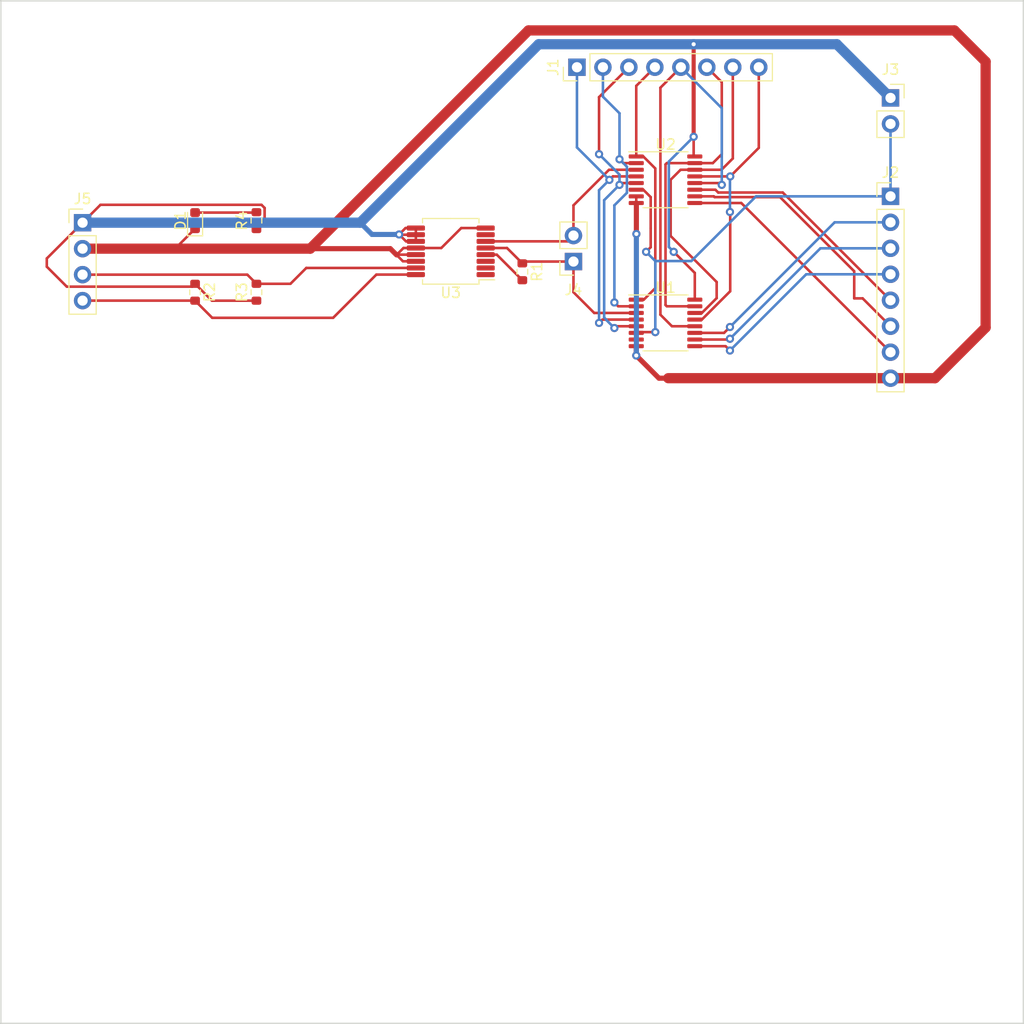
<source format=kicad_pcb>
(kicad_pcb (version 20211014) (generator pcbnew)
  (layers (0 "F.Cu" signal) (31 "B.Cu" signal) (34 "B.Paste" user) (35 "F.Paste" user) (36 "B.SilkS" user "B.Silkscreen") (37 "F.SilkS" user "F.Silkscreen") (38 "B.Mask" user) (39 "F.Mask" user) (44 "Edge.Cuts" user))
  (net 0 "")
  (net 1 "+5V")
  (net 2 "GND")
  (net 3 "/A7")
  (net 4 "/A6")
  (net 5 "/A5")
  (net 6 "/A4")
  (net 7 "/A3")
  (net 8 "/A2")
  (net 9 "/A1")
  (net 10 "/A0")
  (net 11 "/ENABLE")
  (net 12 "/S00")
  (net 13 "/S01")
  (net 14 "/S02")
  (net 15 "/S10")
  (net 16 "/S11")
  (net 17 "/S12")
  (net 18 "/IN")
  (net 19 "/OUT")
  (net 20 "/SDA")
  (net 21 "/SCL")
  (net 22 "Net-(R1-Pad2)")
  (net 23 "Net-(D1-Pad2)")
  (footprint "Connector_PinSocket_2.54mm:PinSocket_1x02_P2.54mm_Vertical" (layer "F.Cu") (at 71 40.5 180)
    (fp_text reference "J4" (at 0 -2.77) (layer "F.SilkS"))
    (fp_text value "Conn_01x02")
    (fp_line (start 1.33 1.27) (end 1.33 3.87) (layer "F.SilkS") (width 0.12))
    (fp_line (start 1.33 -1.33) (end 1.33 0) (layer "F.SilkS") (width 0.12))
    (fp_line (start -1.33 1.27) (end -1.33 3.87) (layer "F.SilkS") (width 0.12))
    (fp_line (start 0 -1.33) (end 1.33 -1.33) (layer "F.SilkS") (width 0.12))
    (fp_line (start -1.33 1.27) (end 1.33 1.27) (layer "F.SilkS") (width 0.12))
    (fp_line (start -1.33 3.87) (end 1.33 3.87) (layer "F.SilkS") (width 0.12))
    (pad "1" thru_hole rect locked (at 0 0 180) (size 1.7 1.7) (drill 1) (layers *.Cu *.Mask) (net 18 "/IN"))
    (pad "2" thru_hole oval locked (at 0 2.54 180) (size 1.7 1.7) (drill 1) (layers *.Cu *.Mask) (net 19 "/OUT"))
  )
  (footprint "Package_SO:SSOP-16_5.3x6.2mm_P0.65mm" (layer "F.Cu") (at 59 39.5 180)
    (fp_text reference "U3" (at 0 -4.05) (layer "F.SilkS"))
    (fp_text value "AD5933")
    (fp_line (start -2.76 -2.785) (end -4.3 -2.785) (layer "F.SilkS") (width 0.12))
    (fp_line (start 0 3.21) (end -2.76 3.21) (layer "F.SilkS") (width 0.12))
    (fp_line (start -2.76 3.21) (end -2.76 2.785) (layer "F.SilkS") (width 0.12))
    (fp_line (start 2.76 3.21) (end 2.76 2.785) (layer "F.SilkS") (width 0.12))
    (fp_line (start 2.76 -3.21) (end 2.76 -2.785) (layer "F.SilkS") (width 0.12))
    (fp_line (start 0 -3.21) (end -2.76 -3.21) (layer "F.SilkS") (width 0.12))
    (fp_line (start 0 -3.21) (end 2.76 -3.21) (layer "F.SilkS") (width 0.12))
    (fp_line (start 0 3.21) (end 2.76 3.21) (layer "F.SilkS") (width 0.12))
    (fp_line (start -2.76 -3.21) (end -2.76 -2.785) (layer "F.SilkS") (width 0.12))
    (pad "1" smd roundrect locked (at -3.4125 -2.275 180) (size 1.775 0.5) (layers "F.Cu" "F.Paste" "F.Mask"))
    (pad "2" smd roundrect locked (at -3.4125 -1.625 180) (size 1.775 0.5) (layers "F.Cu" "F.Paste" "F.Mask"))
    (pad "3" smd roundrect locked (at -3.4125 -0.975 180) (size 1.775 0.5) (layers "F.Cu" "F.Paste" "F.Mask"))
    (pad "4" smd roundrect locked (at -3.4125 -0.325 180) (size 1.775 0.5) (layers "F.Cu" "F.Paste" "F.Mask") (net 22 "Net-(R1-Pad2)"))
    (pad "5" smd roundrect locked (at -3.4125 0.325 180) (size 1.775 0.5) (layers "F.Cu" "F.Paste" "F.Mask") (net 18 "/IN"))
    (pad "6" smd roundrect locked (at -3.4125 0.975 180) (size 1.775 0.5) (layers "F.Cu" "F.Paste" "F.Mask") (net 19 "/OUT"))
    (pad "7" smd roundrect locked (at -3.4125 1.625 180) (size 1.775 0.5) (layers "F.Cu" "F.Paste" "F.Mask"))
    (pad "8" smd roundrect locked (at -3.4125 2.275 180) (size 1.775 0.5) (layers "F.Cu" "F.Paste" "F.Mask") (net 2 "GND"))
    (pad "9" smd roundrect locked (at 3.4125 2.275 180) (size 1.775 0.5) (layers "F.Cu" "F.Paste" "F.Mask") (net 1 "+5V"))
    (pad "10" smd roundrect locked (at 3.4125 1.625 180) (size 1.775 0.5) (layers "F.Cu" "F.Paste" "F.Mask") (net 1 "+5V"))
    (pad "11" smd roundrect locked (at 3.4125 0.975 180) (size 1.775 0.5) (layers "F.Cu" "F.Paste" "F.Mask") (net 1 "+5V"))
    (pad "12" smd roundrect locked (at 3.4125 0.325 180) (size 1.775 0.5) (layers "F.Cu" "F.Paste" "F.Mask") (net 2 "GND"))
    (pad "13" smd roundrect locked (at 3.4125 -0.325 180) (size 1.775 0.5) (layers "F.Cu" "F.Paste" "F.Mask") (net 2 "GND"))
    (pad "14" smd roundrect locked (at 3.4125 -0.975 180) (size 1.775 0.5) (layers "F.Cu" "F.Paste" "F.Mask") (net 2 "GND"))
    (pad "15" smd roundrect locked (at 3.4125 -1.625 180) (size 1.775 0.5) (layers "F.Cu" "F.Paste" "F.Mask") (net 20 "/SDA"))
    (pad "16" smd roundrect locked (at 3.4125 -2.275 180) (size 1.775 0.5) (layers "F.Cu" "F.Paste" "F.Mask") (net 21 "/SCL"))
  )
  (footprint "Package_SO:TSSOP-16_4.4x5mm_P0.65mm" (layer "F.Cu") (at 80 32.5)
    (fp_text reference "U2" (at 0 -3.45) (layer "F.SilkS"))
    (fp_text value "74HC4051")
    (fp_line (start 0 -2.735) (end -3.6 -2.735) (layer "F.SilkS") (width 0.12))
    (fp_line (start 0 2.735) (end -2.2 2.735) (layer "F.SilkS") (width 0.12))
    (fp_line (start 0 -2.735) (end 2.2 -2.735) (layer "F.SilkS") (width 0.12))
    (fp_line (start 0 2.735) (end 2.2 2.735) (layer "F.SilkS") (width 0.12))
    (pad "1" smd roundrect locked (at -2.8625 -2.275) (size 1.475 0.4) (layers "F.Cu" "F.Paste" "F.Mask") (net 6 "/A4"))
    (pad "2" smd roundrect locked (at -2.8625 -1.625) (size 1.475 0.4) (layers "F.Cu" "F.Paste" "F.Mask") (net 4 "/A6"))
    (pad "3" smd roundrect locked (at -2.8625 -0.975) (size 1.475 0.4) (layers "F.Cu" "F.Paste" "F.Mask") (net 19 "/OUT"))
    (pad "4" smd roundrect locked (at -2.8625 -0.325) (size 1.475 0.4) (layers "F.Cu" "F.Paste" "F.Mask") (net 3 "/A7"))
    (pad "5" smd roundrect locked (at -2.8625 0.325) (size 1.475 0.4) (layers "F.Cu" "F.Paste" "F.Mask") (net 5 "/A5"))
    (pad "6" smd roundrect locked (at -2.8625 0.975) (size 1.475 0.4) (layers "F.Cu" "F.Paste" "F.Mask") (net 11 "/ENABLE"))
    (pad "7" smd roundrect locked (at -2.8625 1.625) (size 1.475 0.4) (layers "F.Cu" "F.Paste" "F.Mask") (net 2 "GND"))
    (pad "8" smd roundrect locked (at -2.8625 2.275) (size 1.475 0.4) (layers "F.Cu" "F.Paste" "F.Mask") (net 2 "GND"))
    (pad "9" smd roundrect locked (at 2.8625 2.275) (size 1.475 0.4) (layers "F.Cu" "F.Paste" "F.Mask") (net 17 "/S12"))
    (pad "10" smd roundrect locked (at 2.8625 1.625) (size 1.475 0.4) (layers "F.Cu" "F.Paste" "F.Mask") (net 16 "/S11"))
    (pad "11" smd roundrect locked (at 2.8625 0.975) (size 1.475 0.4) (layers "F.Cu" "F.Paste" "F.Mask") (net 15 "/S10"))
    (pad "12" smd roundrect locked (at 2.8625 0.325) (size 1.475 0.4) (layers "F.Cu" "F.Paste" "F.Mask") (net 7 "/A3"))
    (pad "13" smd roundrect locked (at 2.8625 -0.325) (size 1.475 0.4) (layers "F.Cu" "F.Paste" "F.Mask") (net 10 "/A0"))
    (pad "14" smd roundrect locked (at 2.8625 -0.975) (size 1.475 0.4) (layers "F.Cu" "F.Paste" "F.Mask") (net 9 "/A1"))
    (pad "15" smd roundrect locked (at 2.8625 -1.625) (size 1.475 0.4) (layers "F.Cu" "F.Paste" "F.Mask") (net 8 "/A2"))
    (pad "16" smd roundrect locked (at 2.8625 -2.275) (size 1.475 0.4) (layers "F.Cu" "F.Paste" "F.Mask") (net 1 "+5V"))
  )
  (footprint "Resistor_SMD:R_0603_1608Metric" (layer "F.Cu") (at 40 36.5 90)
    (fp_text reference "R4" (at 0 -1.43 90) (layer "F.SilkS"))
    (fp_text value "200")
    (fp_line (start -0.237258 -0.5225) (end 0.237258 -0.5225) (layer "F.SilkS") (width 0.12))
    (fp_line (start -0.237258 0.5225) (end 0.237258 0.5225) (layer "F.SilkS") (width 0.12))
    (pad "1" smd roundrect locked (at -0.825 0 90) (size 0.8 0.95) (layers "F.Cu" "F.Paste" "F.Mask") (net 1 "+5V"))
    (pad "2" smd roundrect locked (at 0.825 0 90) (size 0.8 0.95) (layers "F.Cu" "F.Paste" "F.Mask") (net 23 "Net-(D1-Pad2)"))
  )
  (footprint "Resistor_SMD:R_0603_1608Metric" (layer "F.Cu") (at 40 43.5 90)
    (fp_text reference "R3" (at 0 -1.43 90) (layer "F.SilkS"))
    (fp_text value "10k")
    (fp_line (start -0.237258 0.5225) (end 0.237258 0.5225) (layer "F.SilkS") (width 0.12))
    (fp_line (start -0.237258 -0.5225) (end 0.237258 -0.5225) (layer "F.SilkS") (width 0.12))
    (pad "1" smd roundrect locked (at -0.825 0 90) (size 0.8 0.95) (layers "F.Cu" "F.Paste" "F.Mask") (net 1 "+5V"))
    (pad "2" smd roundrect locked (at 0.825 0 90) (size 0.8 0.95) (layers "F.Cu" "F.Paste" "F.Mask") (net 20 "/SDA"))
  )
  (footprint "Connector_PinHeader_2.54mm:PinHeader_1x08_P2.54mm_Vertical" (layer "F.Cu") (at 102 34.125)
    (fp_text reference "J2" (at 0 -2.33) (layer "F.SilkS"))
    (fp_text value "Conn_01x08")
    (fp_line (start -1.33 1.27) (end 1.33 1.27) (layer "F.SilkS") (width 0.12))
    (fp_line (start 1.33 1.27) (end 1.33 19.11) (layer "F.SilkS") (width 0.12))
    (fp_line (start -1.33 -1.33) (end 0 -1.33) (layer "F.SilkS") (width 0.12))
    (fp_line (start -1.33 1.27) (end -1.33 19.11) (layer "F.SilkS") (width 0.12))
    (fp_line (start -1.33 0) (end -1.33 -1.33) (layer "F.SilkS") (width 0.12))
    (fp_line (start -1.33 19.11) (end 1.33 19.11) (layer "F.SilkS") (width 0.12))
    (pad "1" thru_hole rect locked (at 0 0) (size 1.7 1.7) (drill 1) (layers *.Cu *.Mask) (net 11 "/ENABLE"))
    (pad "2" thru_hole oval locked (at 0 2.54) (size 1.7 1.7) (drill 1) (layers *.Cu *.Mask) (net 12 "/S00"))
    (pad "3" thru_hole oval locked (at 0 5.08) (size 1.7 1.7) (drill 1) (layers *.Cu *.Mask) (net 13 "/S01"))
    (pad "4" thru_hole oval locked (at 0 7.62) (size 1.7 1.7) (drill 1) (layers *.Cu *.Mask) (net 14 "/S02"))
    (pad "5" thru_hole oval locked (at 0 10.16) (size 1.7 1.7) (drill 1) (layers *.Cu *.Mask) (net 15 "/S10"))
    (pad "6" thru_hole oval locked (at 0 12.7) (size 1.7 1.7) (drill 1) (layers *.Cu *.Mask) (net 16 "/S11"))
    (pad "7" thru_hole oval locked (at 0 15.24) (size 1.7 1.7) (drill 1) (layers *.Cu *.Mask) (net 17 "/S12"))
    (pad "8" thru_hole oval locked (at 0 17.78) (size 1.7 1.7) (drill 1) (layers *.Cu *.Mask) (net 2 "GND"))
  )
  (footprint "LED_SMD:LED_0603_1608Metric" (layer "F.Cu") (at 34 36.5 90)
    (fp_text reference "D1" (at 0 -1.43 90) (layer "F.SilkS"))
    (fp_text value "LED")
    (fp_line (start 0.8 -0.735) (end -1.485 -0.735) (layer "F.SilkS") (width 0.12))
    (fp_line (start -1.485 0.735) (end 0.8 0.735) (layer "F.SilkS") (width 0.12))
    (fp_line (start -1.485 -0.735) (end -1.485 0.735) (layer "F.SilkS") (width 0.12))
    (pad "1" smd roundrect locked (at -0.7875 0 90) (size 0.875 0.95) (layers "F.Cu" "F.Paste" "F.Mask") (net 2 "GND"))
    (pad "2" smd roundrect locked (at 0.7875 0 90) (size 0.875 0.95) (layers "F.Cu" "F.Paste" "F.Mask") (net 23 "Net-(D1-Pad2)"))
  )
  (footprint "Resistor_SMD:R_0603_1608Metric" (layer "F.Cu") (at 34 43.5 -90)
    (fp_text reference "R2" (at 0 -1.43 90) (layer "F.SilkS"))
    (fp_text value "10k")
    (fp_line (start -0.237258 -0.5225) (end 0.237258 -0.5225) (layer "F.SilkS") (width 0.12))
    (fp_line (start -0.237258 0.5225) (end 0.237258 0.5225) (layer "F.SilkS") (width 0.12))
    (pad "1" smd roundrect locked (at -0.825 0 270) (size 0.8 0.95) (layers "F.Cu" "F.Paste" "F.Mask") (net 1 "+5V"))
    (pad "2" smd roundrect locked (at 0.825 0 270) (size 0.8 0.95) (layers "F.Cu" "F.Paste" "F.Mask") (net 21 "/SCL"))
  )
  (footprint "Connector_PinHeader_2.54mm:PinHeader_1x04_P2.54mm_Vertical" (layer "F.Cu") (at 23 36.7)
    (fp_text reference "J5" (at 0 -2.33) (layer "F.SilkS"))
    (fp_text value "Conn_01x04")
    (fp_line (start -1.33 1.27) (end 1.33 1.27) (layer "F.SilkS") (width 0.12))
    (fp_line (start -1.33 0) (end -1.33 -1.33) (layer "F.SilkS") (width 0.12))
    (fp_line (start -1.33 -1.33) (end 0 -1.33) (layer "F.SilkS") (width 0.12))
    (fp_line (start 1.33 1.27) (end 1.33 8.95) (layer "F.SilkS") (width 0.12))
    (fp_line (start -1.33 1.27) (end -1.33 8.95) (layer "F.SilkS") (width 0.12))
    (fp_line (start -1.33 8.95) (end 1.33 8.95) (layer "F.SilkS") (width 0.12))
    (pad "1" thru_hole rect locked (at 0 0) (size 1.7 1.7) (drill 1) (layers *.Cu *.Mask) (net 1 "+5V"))
    (pad "2" thru_hole oval locked (at 0 2.54) (size 1.7 1.7) (drill 1) (layers *.Cu *.Mask) (net 2 "GND"))
    (pad "3" thru_hole oval locked (at 0 5.08) (size 1.7 1.7) (drill 1) (layers *.Cu *.Mask) (net 20 "/SDA"))
    (pad "4" thru_hole oval locked (at 0 7.62) (size 1.7 1.7) (drill 1) (layers *.Cu *.Mask) (net 21 "/SCL"))
  )
  (footprint "Connector_PinHeader_2.54mm:PinHeader_1x08_P2.54mm_Vertical" (layer "F.Cu") (at 71.34 21.5 90)
    (fp_text reference "J1" (at 0 -2.33 90) (layer "F.SilkS"))
    (fp_text value "Conn_01x08")
    (fp_line (start -1.33 1.27) (end -1.33 19.11) (layer "F.SilkS") (width 0.12))
    (fp_line (start -1.33 0) (end -1.33 -1.33) (layer "F.SilkS") (width 0.12))
    (fp_line (start -1.33 1.27) (end 1.33 1.27) (layer "F.SilkS") (width 0.12))
    (fp_line (start -1.33 -1.33) (end 0 -1.33) (layer "F.SilkS") (width 0.12))
    (fp_line (start 1.33 1.27) (end 1.33 19.11) (layer "F.SilkS") (width 0.12))
    (fp_line (start -1.33 19.11) (end 1.33 19.11) (layer "F.SilkS") (width 0.12))
    (pad "1" thru_hole rect locked (at 0 0 90) (size 1.7 1.7) (drill 1) (layers *.Cu *.Mask) (net 3 "/A7"))
    (pad "2" thru_hole oval locked (at 0 2.54 90) (size 1.7 1.7) (drill 1) (layers *.Cu *.Mask) (net 4 "/A6"))
    (pad "3" thru_hole oval locked (at 0 5.08 90) (size 1.7 1.7) (drill 1) (layers *.Cu *.Mask) (net 5 "/A5"))
    (pad "4" thru_hole oval locked (at 0 7.62 90) (size 1.7 1.7) (drill 1) (layers *.Cu *.Mask) (net 6 "/A4"))
    (pad "5" thru_hole oval locked (at 0 10.16 90) (size 1.7 1.7) (drill 1) (layers *.Cu *.Mask) (net 7 "/A3"))
    (pad "6" thru_hole oval locked (at 0 12.7 90) (size 1.7 1.7) (drill 1) (layers *.Cu *.Mask) (net 8 "/A2"))
    (pad "7" thru_hole oval locked (at 0 15.24 90) (size 1.7 1.7) (drill 1) (layers *.Cu *.Mask) (net 9 "/A1"))
    (pad "8" thru_hole oval locked (at 0 17.78 90) (size 1.7 1.7) (drill 1) (layers *.Cu *.Mask) (net 10 "/A0"))
  )
  (footprint "Package_SO:TSSOP-16_4.4x5mm_P0.65mm" (layer "F.Cu") (at 80 46.5)
    (fp_text reference "U1" (at 0 -3.45) (layer "F.SilkS"))
    (fp_text value "74HC4051")
    (fp_line (start 0 2.735) (end -2.2 2.735) (layer "F.SilkS") (width 0.12))
    (fp_line (start 0 -2.735) (end -3.6 -2.735) (layer "F.SilkS") (width 0.12))
    (fp_line (start 0 2.735) (end 2.2 2.735) (layer "F.SilkS") (width 0.12))
    (fp_line (start 0 -2.735) (end 2.2 -2.735) (layer "F.SilkS") (width 0.12))
    (pad "1" smd roundrect locked (at -2.8625 -2.275) (size 1.475 0.4) (layers "F.Cu" "F.Paste" "F.Mask") (net 6 "/A4"))
    (pad "2" smd roundrect locked (at -2.8625 -1.625) (size 1.475 0.4) (layers "F.Cu" "F.Paste" "F.Mask") (net 4 "/A6"))
    (pad "3" smd roundrect locked (at -2.8625 -0.975) (size 1.475 0.4) (layers "F.Cu" "F.Paste" "F.Mask") (net 18 "/IN"))
    (pad "4" smd roundrect locked (at -2.8625 -0.325) (size 1.475 0.4) (layers "F.Cu" "F.Paste" "F.Mask") (net 3 "/A7"))
    (pad "5" smd roundrect locked (at -2.8625 0.325) (size 1.475 0.4) (layers "F.Cu" "F.Paste" "F.Mask") (net 5 "/A5"))
    (pad "6" smd roundrect locked (at -2.8625 0.975) (size 1.475 0.4) (layers "F.Cu" "F.Paste" "F.Mask") (net 11 "/ENABLE"))
    (pad "7" smd roundrect locked (at -2.8625 1.625) (size 1.475 0.4) (layers "F.Cu" "F.Paste" "F.Mask") (net 2 "GND"))
    (pad "8" smd roundrect locked (at -2.8625 2.275) (size 1.475 0.4) (layers "F.Cu" "F.Paste" "F.Mask") (net 2 "GND"))
    (pad "9" smd roundrect locked (at 2.8625 2.275) (size 1.475 0.4) (layers "F.Cu" "F.Paste" "F.Mask") (net 14 "/S02"))
    (pad "10" smd roundrect locked (at 2.8625 1.625) (size 1.475 0.4) (layers "F.Cu" "F.Paste" "F.Mask") (net 13 "/S01"))
    (pad "11" smd roundrect locked (at 2.8625 0.975) (size 1.475 0.4) (layers "F.Cu" "F.Paste" "F.Mask") (net 12 "/S00"))
    (pad "12" smd roundrect locked (at 2.8625 0.325) (size 1.475 0.4) (layers "F.Cu" "F.Paste" "F.Mask") (net 7 "/A3"))
    (pad "13" smd roundrect locked (at 2.8625 -0.325) (size 1.475 0.4) (layers "F.Cu" "F.Paste" "F.Mask") (net 10 "/A0"))
    (pad "14" smd roundrect locked (at 2.8625 -0.975) (size 1.475 0.4) (layers "F.Cu" "F.Paste" "F.Mask") (net 9 "/A1"))
    (pad "15" smd roundrect locked (at 2.8625 -1.625) (size 1.475 0.4) (layers "F.Cu" "F.Paste" "F.Mask") (net 8 "/A2"))
    (pad "16" smd roundrect locked (at 2.8625 -2.275) (size 1.475 0.4) (layers "F.Cu" "F.Paste" "F.Mask") (net 1 "+5V"))
  )
  (footprint "Resistor_SMD:R_0603_1608Metric" (layer "F.Cu") (at 66 41.5 -90)
    (fp_text reference "R1" (at 0 -1.43 90) (layer "F.SilkS"))
    (fp_text value "10k")
    (fp_line (start -0.237258 -0.5225) (end 0.237258 -0.5225) (layer "F.SilkS") (width 0.12))
    (fp_line (start -0.237258 0.5225) (end 0.237258 0.5225) (layer "F.SilkS") (width 0.12))
    (pad "1" smd roundrect locked (at -0.825 0 270) (size 0.8 0.95) (layers "F.Cu" "F.Paste" "F.Mask") (net 18 "/IN"))
    (pad "2" smd roundrect locked (at 0.825 0 270) (size 0.8 0.95) (layers "F.Cu" "F.Paste" "F.Mask") (net 22 "Net-(R1-Pad2)"))
  )
  (footprint "Connector_PinSocket_2.54mm:PinSocket_1x02_P2.54mm_Vertical" (layer "F.Cu") (at 102 24.5)
    (fp_text reference "J3" (at 0 -2.77) (layer "F.SilkS"))
    (fp_text value "Conn_01x02")
    (fp_line (start 1.33 1.27) (end 1.33 3.87) (layer "F.SilkS") (width 0.12))
    (fp_line (start -1.33 1.27) (end 1.33 1.27) (layer "F.SilkS") (width 0.12))
    (fp_line (start -1.33 1.27) (end -1.33 3.87) (layer "F.SilkS") (width 0.12))
    (fp_line (start -1.33 3.87) (end 1.33 3.87) (layer "F.SilkS") (width 0.12))
    (fp_line (start 0 -1.33) (end 1.33 -1.33) (layer "F.SilkS") (width 0.12))
    (fp_line (start 1.33 -1.33) (end 1.33 0) (layer "F.SilkS") (width 0.12))
    (pad "1" thru_hole rect locked (at 0 0) (size 1.7 1.7) (drill 1) (layers *.Cu *.Mask) (net 1 "+5V"))
    (pad "2" thru_hole oval locked (at 0 2.54) (size 1.7 1.7) (drill 1) (layers *.Cu *.Mask) (net 11 "/ENABLE"))
  )
  (gr_line (start 15 15) (end 115 15) (layer "Edge.Cuts") (width 0.15))
  (gr_line (start 115 15) (end 115 115) (layer "Edge.Cuts") (width 0.15))
  (gr_line (start 15 115) (end 15 15) (layer "Edge.Cuts") (width 0.15))
  (gr_line (start 115 115) (end 15 115) (layer "Edge.Cuts") (width 0.15))
  (segment (start 54.625 38.525) (end 53.95 37.85) (width 0.25) (layer "F.Cu") (net 1))
  (segment (start 34 42.675) (end 33.720489 42.954511) (width 0.25) (layer "F.Cu") (net 1))
  (segment (start 40 44.325) (end 35.65 44.325) (width 0.25) (layer "F.Cu") (net 1))
  (segment (start 54.575 37.225) (end 53.95 37.85) (width 0.25) (layer "F.Cu") (net 1))
  (segment (start 35.65 44.325) (end 34 42.675) (width 0.25) (layer "F.Cu") (net 1))
  (segment (start 24.75 34.95) (end 23 36.7) (width 0.25) (layer "F.Cu") (net 1))
  (segment (start 55.5875 38.525) (end 55.5875 37.225) (width 0.25) (layer "F.Cu") (net 1))
  (segment (start 82.8625 41.6125) (end 80.8 39.55) (width 0.25) (layer "F.Cu") (net 1))
  (segment (start 53.975 37.875) (end 53.95 37.85) (width 0.25) (layer "F.Cu") (net 1))
  (segment (start 82.8625 44.225) (end 82.8625 41.6125) (width 0.25) (layer "F.Cu") (net 1))
  (segment (start 40.79952 36.52548) (end 40.79952 35.257737) (width 0.25) (layer "F.Cu") (net 1))
  (segment (start 82.75 28.3) (end 82.75 19.25) (width 0.4) (layer "F.Cu") (net 1))
  (segment (start 82.75 30.1125) (end 82.75 28.3) (width 0.25) (layer "F.Cu") (net 1))
  (segment (start 40.491783 34.95) (end 24.75 34.95) (width 0.25) (layer "F.Cu") (net 1))
  (segment (start 40.79952 35.257737) (end 40.491783 34.95) (width 0.25) (layer "F.Cu") (net 1))
  (segment (start 33.720489 42.954511) (end 21.454511 42.954511) (width 0.25) (layer "F.Cu") (net 1))
  (segment (start 40 37.325) (end 40.79952 36.52548) (width 0.25) (layer "F.Cu") (net 1))
  (segment (start 55.5875 37.225) (end 54.575 37.225) (width 0.25) (layer "F.Cu") (net 1))
  (segment (start 55.5875 37.875) (end 53.975 37.875) (width 0.25) (layer "F.Cu") (net 1))
  (segment (start 21.454511 42.954511) (end 19.5 41) (width 0.25) (layer "F.Cu") (net 1))
  (segment (start 19.5 40.2) (end 23 36.7) (width 0.25) (layer "F.Cu") (net 1))
  (segment (start 19.5 41) (end 19.5 40.2) (width 0.25) (layer "F.Cu") (net 1))
  (segment (start 55.5875 38.525) (end 54.625 38.525) (width 0.25) (layer "F.Cu") (net 1))
  (segment (start 82.8625 30.225) (end 82.75 30.1125) (width 0.25) (layer "F.Cu") (net 1))
  (via (at 53.95 37.85) (size 0.8) (drill 0.4) (layers "F.Cu" "B.Cu") (net 1))
  (via (at 82.75 28.3) (size 0.8) (drill 0.4) (layers "F.Cu" "B.Cu") (net 1))
  (via (at 82.75 19.25) (size 0.8) (drill 0.4) (layers "F.Cu" "B.Cu") (net 1))
  (via (at 80.8 39.55) (size 0.8) (drill 0.4) (layers "F.Cu" "B.Cu") (net 1))
  (segment (start 82.75 19.25) (end 96.75 19.25) (width 1) (layer "B.Cu") (net 1))
  (segment (start 80.325489 30.724511) (end 82.75 28.3) (width 0.25) (layer "B.Cu") (net 1))
  (segment (start 50.15 36.7) (end 67.6 19.25) (width 1) (layer "B.Cu") (net 1))
  (segment (start 80.325489 39.075489) (end 80.325489 30.724511) (width 0.25) (layer "B.Cu") (net 1))
  (segment (start 51.3 37.85) (end 53.95 37.85) (width 0.5) (layer "B.Cu") (net 1))
  (segment (start 67.6 19.25) (end 82.75 19.25) (width 1) (layer "B.Cu") (net 1))
  (segment (start 80.8 39.55) (end 80.325489 39.075489) (width 0.25) (layer "B.Cu") (net 1))
  (segment (start 50.15 36.7) (end 51.3 37.85) (width 0.5) (layer "B.Cu") (net 1))
  (segment (start 96.75 19.25) (end 102 24.5) (width 1) (layer "B.Cu") (net 1))
  (segment (start 23 36.7) (end 50.15 36.7) (width 1) (layer "B.Cu") (net 1))
  (segment (start 102 51.905) (end 80.2675 51.905) (width 1) (layer "F.Cu") (net 2))
  (segment (start 54.325 40.475) (end 53.7 39.85) (width 0.25) (layer "F.Cu") (net 2))
  (segment (start 45.26 39.24) (end 53.09 39.24) (width 0.5) (layer "F.Cu") (net 2))
  (segment (start 80.2675 51.905) (end 79.355 51.905) (width 0.5) (layer "F.Cu") (net 2))
  (segment (start 55.5875 39.175) (end 58.075 39.175) (width 0.25) (layer "F.Cu") (net 2))
  (segment (start 55.5875 40.475) (end 54.325 40.475) (width 0.25) (layer "F.Cu") (net 2))
  (segment (start 77.1375 49.6875) (end 77.1375 48.775) (width 0.5) (layer "F.Cu") (net 2))
  (segment (start 66.6 17.9) (end 108.25 17.9) (width 1) (layer "F.Cu") (net 2))
  (segment (start 108.25 17.9) (end 111.3 20.95) (width 1) (layer "F.Cu") (net 2))
  (segment (start 77.1375 34.125) (end 77.1375 34.775) (width 0.25) (layer "F.Cu") (net 2))
  (segment (start 111.3 46.95) (end 106.345 51.905) (width 1) (layer "F.Cu") (net 2))
  (segment (start 23 39.24) (end 32.0475 39.24) (width 0.25) (layer "F.Cu") (net 2))
  (segment (start 45.26 39.24) (end 66.6 17.9) (width 1) (layer "F.Cu") (net 2))
  (segment (start 77.1375 48.125) (end 77.1375 48.775) (width 0.25) (layer "F.Cu") (net 2))
  (segment (start 55.5875 39.175) (end 54.375 39.175) (width 0.25) (layer "F.Cu") (net 2))
  (segment (start 111.3 20.95) (end 111.3 46.95) (width 1) (layer "F.Cu") (net 2))
  (segment (start 53.09 39.24) (end 53.7 39.85) (width 0.5) (layer "F.Cu") (net 2))
  (segment (start 77.15 34.7875) (end 77.1375 34.775) (width 0.5) (layer "F.Cu") (net 2))
  (segment (start 23 39.24) (end 45.26 39.24) (width 1) (layer "F.Cu") (net 2))
  (segment (start 79.355 51.905) (end 77.1375 49.6875) (width 0.5) (layer "F.Cu") (net 2))
  (segment (start 55.5875 39.825) (end 53.725 39.825) (width 0.25) (layer "F.Cu") (net 2))
  (segment (start 53.725 39.825) (end 53.7 39.85) (width 0.25) (layer "F.Cu") (net 2))
  (segment (start 106.345 51.905) (end 102 51.905) (width 1) (layer "F.Cu") (net 2))
  (segment (start 60.025 37.225) (end 62.4125 37.225) (width 0.25) (layer "F.Cu") (net 2))
  (segment (start 54.375 39.175) (end 53.7 39.85) (width 0.25) (layer "F.Cu") (net 2))
  (segment (start 77.15 37.8) (end 77.15 34.7875) (width 0.5) (layer "F.Cu") (net 2))
  (segment (start 32.0475 39.24) (end 34 37.2875) (width 0.25) (layer "F.Cu") (net 2))
  (segment (start 58.075 39.175) (end 60.025 37.225) (width 0.25) (layer "F.Cu") (net 2))
  (via (at 77.1375 49.6875) (size 0.8) (drill 0.4) (layers "F.Cu" "B.Cu") (net 2))
  (via (at 77.15 37.8) (size 0.8) (drill 0.4) (layers "F.Cu" "B.Cu") (net 2))
  (segment (start 77.15 49.675) (end 77.15 37.8) (width 0.5) (layer "B.Cu") (net 2))
  (segment (start 77.1375 49.6875) (end 77.15 49.675) (width 0.5) (layer "B.Cu") (net 2))
  (segment (start 77.1375 46.175) (end 73.825 46.175) (width 0.25) (layer "F.Cu") (net 3))
  (segment (start 74.849598 32.175) (end 74.512299 32.512299) (width 0.25) (layer "F.Cu") (net 3))
  (segment (start 77.1375 32.175) (end 74.849598 32.175) (width 0.25) (layer "F.Cu") (net 3))
  (segment (start 73.825 46.175) (end 73.5 46.5) (width 0.25) (layer "F.Cu") (net 3))
  (via (at 74.512299 32.512299) (size 0.8) (drill 0.4) (layers "F.Cu" "B.Cu") (net 3))
  (via (at 73.5 46.5) (size 0.8) (drill 0.4) (layers "F.Cu" "B.Cu") (net 3))
  (segment (start 73.5 33.524598) (end 74.512299 32.512299) (width 0.25) (layer "B.Cu") (net 3))
  (segment (start 73.5 46.5) (end 73.5 33.524598) (width 0.25) (layer "B.Cu") (net 3))
  (segment (start 71.34 29.34) (end 71.34 21.5) (width 0.25) (layer "B.Cu") (net 3))
  (segment (start 74.512299 32.512299) (end 71.34 29.34) (width 0.25) (layer "B.Cu") (net 3))
  (segment (start 75.5 30.5) (end 75.875 30.875) (width 0.25) (layer "F.Cu") (net 4))
  (segment (start 75.375 44.875) (end 75 44.5) (width 0.25) (layer "F.Cu") (net 4))
  (segment (start 75.875 30.875) (end 77.1375 30.875) (width 0.25) (layer "F.Cu") (net 4))
  (segment (start 77.1375 44.875) (end 75.375 44.875) (width 0.25) (layer "F.Cu") (net 4))
  (via (at 75.5 30.5) (size 0.8) (drill 0.4) (layers "F.Cu" "B.Cu") (net 4))
  (via (at 75 44.5) (size 0.8) (drill 0.4) (layers "F.Cu" "B.Cu") (net 4))
  (segment (start 75.5 26) (end 73.88 24.38) (width 0.25) (layer "B.Cu") (net 4))
  (segment (start 76.224511 33.775489) (end 75 35) (width 0.25) (layer "B.Cu") (net 4))
  (segment (start 76.224511 31.224511) (end 75.5 30.5) (width 0.25) (layer "B.Cu") (net 4))
  (segment (start 73.88 24.38) (end 73.88 21.5) (width 0.25) (layer "B.Cu") (net 4))
  (segment (start 75.5 30.5) (end 75.5 26) (width 0.25) (layer "B.Cu") (net 4))
  (segment (start 76.224511 33.775489) (end 76.224511 31.224511) (width 0.25) (layer "B.Cu") (net 4))
  (segment (start 75 35) (end 75 44.5) (width 0.25) (layer "B.Cu") (net 4))
  (segment (start 75.675 32.825) (end 77.1375 32.825) (width 0.25) (layer "F.Cu") (net 5))
  (segment (start 75.175 46.825) (end 75 47) (width 0.25) (layer "F.Cu") (net 5))
  (segment (start 77.1375 46.825) (end 75.175 46.825) (width 0.25) (layer "F.Cu") (net 5))
  (segment (start 73.5 24.42) (end 73.5 30) (width 0.25) (layer "F.Cu") (net 5))
  (segment (start 76.42 21.5) (end 73.5 24.42) (width 0.25) (layer "F.Cu") (net 5))
  (segment (start 75.5 33) (end 75.675 32.825) (width 0.25) (layer "F.Cu") (net 5))
  (via (at 73.5 30) (size 0.8) (drill 0.4) (layers "F.Cu" "B.Cu") (net 5))
  (via (at 75 47) (size 0.8) (drill 0.4) (layers "F.Cu" "B.Cu") (net 5))
  (via (at 75.5 33) (size 0.8) (drill 0.4) (layers "F.Cu" "B.Cu") (net 5))
  (segment (start 75 47) (end 74.224511 46.224511) (width 0.25) (layer "B.Cu") (net 5))
  (segment (start 74.224511 46.224511) (end 74.224511 46.199897) (width 0.25) (layer "B.Cu") (net 5))
  (segment (start 74 45.975386) (end 74 34.5) (width 0.25) (layer "B.Cu") (net 5))
  (segment (start 73.5 30) (end 75.5 32) (width 0.25) (layer "B.Cu") (net 5))
  (segment (start 75.5 32) (end 75.5 33) (width 0.25) (layer "B.Cu") (net 5))
  (segment (start 74.224511 46.199897) (end 74 45.975386) (width 0.25) (layer "B.Cu") (net 5))
  (segment (start 74 34.5) (end 75.5 33) (width 0.25) (layer "B.Cu") (net 5))
  (segment (start 79 31.399639) (end 79 43.10096) (width 0.25) (layer "F.Cu") (net 6))
  (segment (start 79 43.10096) (end 77.87596 44.225) (width 0.25) (layer "F.Cu") (net 6))
  (segment (start 77.1375 30.225) (end 77.825361 30.225) (width 0.25) (layer "F.Cu") (net 6))
  (segment (start 77.825361 30.225) (end 79 31.399639) (width 0.25) (layer "F.Cu") (net 6))
  (segment (start 77.1375 30.225) (end 77.1375 23.3225) (width 0.25) (layer "F.Cu") (net 6))
  (segment (start 77.87596 44.225) (end 77.1375 44.225) (width 0.25) (layer "F.Cu") (net 6))
  (segment (start 77.1375 23.3225) (end 78.96 21.5) (width 0.25) (layer "F.Cu") (net 6))
  (segment (start 80.62548 46.825) (end 79.5 45.69952) (width 0.25) (layer "F.Cu") (net 7))
  (segment (start 85.325 32.825) (end 85.5 33) (width 0.25) (layer "F.Cu") (net 7))
  (segment (start 79.5 45.69952) (end 79.5 23.5) (width 0.25) (layer "F.Cu") (net 7))
  (segment (start 82.8625 46.825) (end 80.62548 46.825) (width 0.25) (layer "F.Cu") (net 7))
  (segment (start 79.5 23.5) (end 81.5 21.5) (width 0.25) (layer "F.Cu") (net 7))
  (segment (start 82.8625 32.825) (end 85.325 32.825) (width 0.25) (layer "F.Cu") (net 7))
  (via (at 85.5 33) (size 0.8) (drill 0.4) (layers "F.Cu" "B.Cu") (net 7))
  (segment (start 85.5 25.5) (end 81.5 21.5) (width 0.25) (layer "B.Cu") (net 7))
  (segment (start 85.5 33) (end 85.5 25.5) (width 0.25) (layer "B.Cu") (net 7))
  (segment (start 84.625 30.875) (end 82.8625 30.875) (width 0.25) (layer "F.Cu") (net 8))
  (segment (start 82.8625 30.875) (end 80.125 30.875) (width 0.25) (layer "F.Cu") (net 8))
  (segment (start 80 31) (end 80 44.75) (width 0.25) (layer "F.Cu") (net 8))
  (segment (start 84.04 21.5) (end 85.5 22.96) (width 0.25) (layer "F.Cu") (net 8))
  (segment (start 80.125 44.875) (end 80 44.75) (width 0.25) (layer "F.Cu") (net 8))
  (segment (start 85.5 22.96) (end 85.5 30) (width 0.25) (layer "F.Cu") (net 8))
  (segment (start 82.8625 44.875) (end 80.125 44.875) (width 0.25) (layer "F.Cu") (net 8))
  (segment (start 85.5 30) (end 84.625 30.875) (width 0.25) (layer "F.Cu") (net 8))
  (segment (start 80.125 30.875) (end 80 31) (width 0.25) (layer "F.Cu") (net 8))
  (segment (start 80.5 32.5) (end 81.475 31.525) (width 0.25) (layer "F.Cu") (net 9))
  (segment (start 86.58 30.42) (end 85.475 31.525) (width 0.25) (layer "F.Cu") (net 9))
  (segment (start 81.475 31.525) (end 82.8625 31.525) (width 0.25) (layer "F.Cu") (net 9))
  (segment (start 85.475 31.525) (end 82.8625 31.525) (width 0.25) (layer "F.Cu") (net 9))
  (segment (start 85 42.5) (end 80.5 38) (width 0.25) (layer "F.Cu") (net 9))
  (segment (start 85 44.075361) (end 85 42.5) (width 0.25) (layer "F.Cu") (net 9))
  (segment (start 86.58 21.5) (end 86.58 30.42) (width 0.25) (layer "F.Cu") (net 9))
  (segment (start 82.8625 45.525) (end 83.550361 45.525) (width 0.25) (layer "F.Cu") (net 9))
  (segment (start 80.5 38) (end 80.5 32.5) (width 0.25) (layer "F.Cu") (net 9))
  (segment (start 83.550361 45.525) (end 85 44.075361) (width 0.25) (layer "F.Cu") (net 9))
  (segment (start 89.12 29.38) (end 86.325 32.175) (width 0.25) (layer "F.Cu") (net 10))
  (segment (start 82.8625 46.175) (end 83.550361 46.175) (width 0.25) (layer "F.Cu") (net 10))
  (segment (start 86.325 32.175) (end 82.8625 32.175) (width 0.25) (layer "F.Cu") (net 10))
  (segment (start 89.12 21.5) (end 89.12 29.38) (width 0.25) (layer "F.Cu") (net 10))
  (segment (start 83.550361 46.175) (end 86.325 43.400361) (width 0.25) (layer "F.Cu") (net 10))
  (segment (start 86.325 35.675) (end 86.3 35.65) (width 0.25) (layer "F.Cu") (net 10))
  (segment (start 86.325 43.400361) (end 86.325 35.675) (width 0.25) (layer "F.Cu") (net 10))
  (via (at 86.325 32.175) (size 0.8) (drill 0.4) (layers "F.Cu" "B.Cu") (net 10))
  (via (at 86.3 35.65) (size 0.8) (drill 0.4) (layers "F.Cu" "B.Cu") (net 10))
  (segment (start 86.3 32.2) (end 86.325 32.175) (width 0.25) (layer "B.Cu") (net 10))
  (segment (start 86.3 35.65) (end 86.3 32.2) (width 0.25) (layer "B.Cu") (net 10))
  (segment (start 78.55 37.25) (end 78.55 39.1) (width 0.25) (layer "F.Cu") (net 11))
  (segment (start 77.1375 33.475) (end 77.825361 33.475) (width 0.25) (layer "F.Cu") (net 11))
  (segment (start 78.55 34.199639) (end 78.55 37.25) (width 0.25) (layer "F.Cu") (net 11))
  (segment (start 77.2125 47.4) (end 77.1375 47.475) (width 0.25) (layer "F.Cu") (net 11))
  (segment (start 78.55 39.1) (end 78.1 39.55) (width 0.25) (layer "F.Cu") (net 11))
  (segment (start 79 47.4) (end 77.2125 47.4) (width 0.25) (layer "F.Cu") (net 11))
  (segment (start 77.825361 33.475) (end 78.55 34.199639) (width 0.25) (layer "F.Cu") (net 11))
  (via (at 79 47.4) (size 0.8) (drill 0.4) (layers "F.Cu" "B.Cu") (net 11))
  (via (at 78.1 39.55) (size 0.8) (drill 0.4) (layers "F.Cu" "B.Cu") (net 11))
  (segment (start 78.1 39.55) (end 79 40.45) (width 0.25) (layer "B.Cu") (net 11))
  (segment (start 82.524614 40.45) (end 79 40.45) (width 0.25) (layer "B.Cu") (net 11))
  (segment (start 102 34.125) (end 88.849614 34.125) (width 0.25) (layer "B.Cu") (net 11))
  (segment (start 88.849614 34.125) (end 82.524614 40.45) (width 0.25) (layer "B.Cu") (net 11))
  (segment (start 102 34.125) (end 102 27.04) (width 0.25) (layer "B.Cu") (net 11))
  (segment (start 79 40.45) (end 79 47.4) (width 0.25) (layer "B.Cu") (net 11))
  (segment (start 85.725 47.475) (end 82.8625 47.475) (width 0.25) (layer "F.Cu") (net 12))
  (segment (start 86.3 46.9) (end 85.725 47.475) (width 0.25) (layer "F.Cu") (net 12))
  (via (at 86.3 46.9) (size 0.8) (drill 0.4) (layers "F.Cu" "B.Cu") (net 12))
  (segment (start 96.535 36.665) (end 86.3 46.9) (width 0.25) (layer "B.Cu") (net 12))
  (segment (start 102 36.665) (end 96.535 36.665) (width 0.25) (layer "B.Cu") (net 12))
  (segment (start 82.8625 48.125) (end 86.225 48.125) (width 0.25) (layer "F.Cu") (net 13))
  (segment (start 86.225 48.125) (end 86.3 48.05) (width 0.25) (layer "F.Cu") (net 13))
  (via (at 86.3 48.05) (size 0.8) (drill 0.4) (layers "F.Cu" "B.Cu") (net 13))
  (segment (start 95.145 39.205) (end 102 39.205) (width 0.25) (layer "B.Cu") (net 13))
  (segment (start 86.3 48.05) (end 95.145 39.205) (width 0.25) (layer "B.Cu") (net 13))
  (segment (start 85.875 48.775) (end 82.8625 48.775) (width 0.25) (layer "F.Cu") (net 14))
  (segment (start 86.3 49.2) (end 85.875 48.775) (width 0.25) (layer "F.Cu") (net 14))
  (via (at 86.3 49.2) (size 0.8) (drill 0.4) (layers "F.Cu" "B.Cu") (net 14))
  (segment (start 102 41.745) (end 93.755 41.745) (width 0.25) (layer "B.Cu") (net 14))
  (segment (start 93.755 41.745) (end 86.3 49.2) (width 0.25) (layer "B.Cu") (net 14))
  (segment (start 91.465 33.75) (end 102 44.285) (width 0.25) (layer "F.Cu") (net 15))
  (segment (start 84.875 33.475) (end 85.15 33.75) (width 0.25) (layer "F.Cu") (net 15))
  (segment (start 82.8625 33.475) (end 84.875 33.475) (width 0.25) (layer "F.Cu") (net 15))
  (segment (start 85.15 33.75) (end 91.465 33.75) (width 0.25) (layer "F.Cu") (net 15))
  (segment (start 98.45 41.45) (end 98.45 44.1) (width 0.25) (layer "F.Cu") (net 16))
  (segment (start 98.45 44.1) (end 99.275 44.1) (width 0.25) (layer "F.Cu") (net 16))
  (segment (start 91.2 34.2) (end 98.45 41.45) (width 0.25) (layer "F.Cu") (net 16))
  (segment (start 99.275 44.1) (end 102 46.825) (width 0.25) (layer "F.Cu") (net 16))
  (segment (start 84.8 34.2) (end 91.2 34.2) (width 0.25) (layer "F.Cu") (net 16))
  (segment (start 82.8625 34.125) (end 84.725 34.125) (width 0.25) (layer "F.Cu") (net 16))
  (segment (start 84.725 34.125) (end 84.8 34.2) (width 0.25) (layer "F.Cu") (net 16))
  (segment (start 87.41 34.775) (end 102 49.365) (width 0.25) (layer "F.Cu") (net 17))
  (segment (start 82.8625 34.775) (end 87.41 34.775) (width 0.25) (layer "F.Cu") (net 17))
  (segment (start 66.175 40.5) (end 71 40.5) (width 0.25) (layer "F.Cu") (net 18))
  (segment (start 71 40.5) (end 71 43.5) (width 0.25) (layer "F.Cu") (net 18))
  (segment (start 73.025 45.525) (end 77.1375 45.525) (width 0.25) (layer "F.Cu") (net 18))
  (segment (start 66 40.675) (end 66.175 40.5) (width 0.25) (layer "F.Cu") (net 18))
  (segment (start 71 43.5) (end 73.025 45.525) (width 0.25) (layer "F.Cu") (net 18))
  (segment (start 64.5 39.175) (end 66 40.675) (width 0.25) (layer "F.Cu") (net 18))
  (segment (start 62.4125 39.175) (end 64.5 39.175) (width 0.25) (layer "F.Cu") (net 18))
  (segment (start 71 37.96) (end 71 35) (width 0.25) (layer "F.Cu") (net 19))
  (segment (start 70.435 38.525) (end 71 37.96) (width 0.25) (layer "F.Cu") (net 19))
  (segment (start 74.475 31.525) (end 77.1375 31.525) (width 0.25) (layer "F.Cu") (net 19))
  (segment (start 62.4125 38.525) (end 70.435 38.525) (width 0.25) (layer "F.Cu") (net 19))
  (segment (start 71 35) (end 74.475 31.525) (width 0.25) (layer "F.Cu") (net 19))
  (segment (start 39.105 41.78) (end 40 42.675) (width 0.25) (layer "F.Cu") (net 20))
  (segment (start 44.875 41.125) (end 43.325 42.675) (width 0.25) (layer "F.Cu") (net 20))
  (segment (start 43.325 42.675) (end 40 42.675) (width 0.25) (layer "F.Cu") (net 20))
  (segment (start 23 41.78) (end 39.105 41.78) (width 0.25) (layer "F.Cu") (net 20))
  (segment (start 55.5875 41.125) (end 44.875 41.125) (width 0.25) (layer "F.Cu") (net 20))
  (segment (start 33.995 44.32) (end 34 44.325) (width 0.25) (layer "F.Cu") (net 21))
  (segment (start 35.675 46) (end 47.5 46) (width 0.25) (layer "F.Cu") (net 21))
  (segment (start 51.725 41.775) (end 55.5875 41.775) (width 0.25) (layer "F.Cu") (net 21))
  (segment (start 23 44.32) (end 33.995 44.32) (width 0.25) (layer "F.Cu") (net 21))
  (segment (start 34 44.325) (end 35.675 46) (width 0.25) (layer "F.Cu") (net 21))
  (segment (start 47.5 46) (end 51.725 41.775) (width 0.25) (layer "F.Cu") (net 21))
  (segment (start 63.5 39.825) (end 66 42.325) (width 0.25) (layer "F.Cu") (net 22))
  (segment (start 62.4125 39.825) (end 63.5 39.825) (width 0.25) (layer "F.Cu") (net 22))
  (segment (start 39.9625 35.7125) (end 40 35.675) (width 0.25) (layer "F.Cu") (net 23))
  (segment (start 34 35.7125) (end 39.9625 35.7125) (width 0.25) (layer "F.Cu") (net 23))
)
</source>
